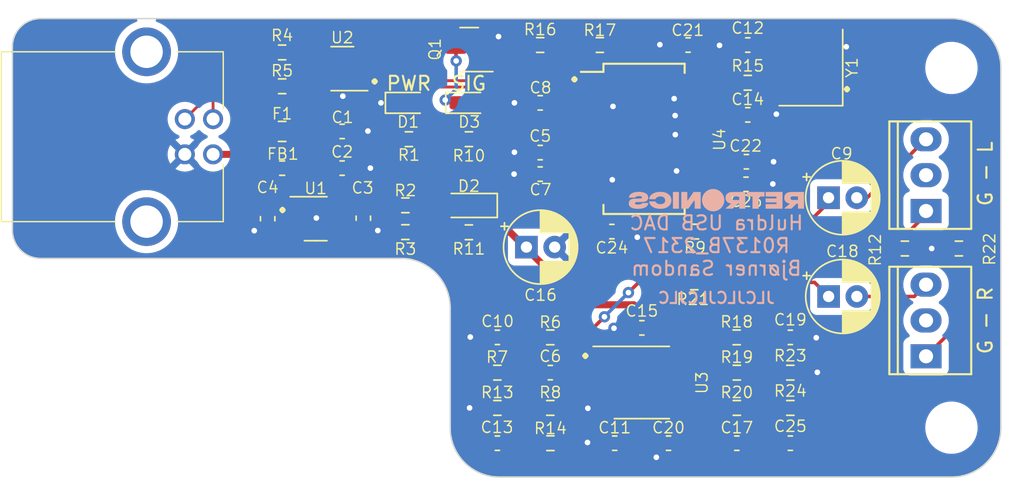
<source format=kicad_pcb>
(kicad_pcb (version 20221018) (generator pcbnew)
  (layers (0 "F.Cu" signal) (31 "B.Cu" signal) (34 "B.Paste" user) (35 "F.Paste" user) (36 "B.SilkS" user "B.Silkscreen") (37 "F.SilkS" user "F.Silkscreen") (38 "B.Mask" user) (39 "F.Mask" user) (44 "Edge.Cuts" user))
  (net 0 "")
  (net 1 "Net-(U2-VBUS)")
  (net 2 "GND")
  (net 3 "+5V")
  (net 4 "+3V8")
  (net 5 "Net-(C13-Pad2)")
  (net 6 "Net-(D2-K)")
  (net 7 "Net-(C9-Pad1)")
  (net 8 "Net-(J2-Pin_3)")
  (net 9 "Net-(C10-Pad2)")
  (net 10 "Net-(U3A-+)")
  (net 11 "Net-(U4-XTI)")
  (net 12 "Net-(U3A--)")
  (net 13 "Net-(U4-XTO)")
  (net 14 "Net-(U3C-V+)")
  (net 15 "Net-(C17-Pad1)")
  (net 16 "Net-(J3-Pin_3)")
  (net 17 "Net-(U3B-+)")
  (net 18 "Net-(U4-VCCXI)")
  (net 19 "Net-(U4-VCCP2I)")
  (net 20 "Net-(U4-VCCP1I)")
  (net 21 "USB_D-")
  (net 22 "Net-(R4-Pad2)")
  (net 23 "Net-(U4-VCOM)")
  (net 24 "USB_D+")
  (net 25 "VDDI")
  (net 26 "Net-(U3B--)")
  (net 27 "Net-(D1-A)")
  (net 28 "Net-(D3-K)")
  (net 29 "Net-(D3-A)")
  (net 30 "/VBUS")
  (net 31 "/D-")
  (net 32 "/D+")
  (net 33 "Net-(C6-Pad2)")
  (net 35 "Net-(J2-Pin_1)")
  (net 37 "Net-(J3-Pin_1)")
  (net 39 "Net-(Q1-B)")
  (net 40 "Net-(U1-ADJ)")
  (net 41 "Net-(R5-Pad2)")
  (net 42 "Net-(U4-VOUTL)")
  (net 43 "Net-(C17-Pad2)")
  (net 44 "Net-(C18-Pad1)")
  (net 45 "Net-(C19-Pad2)")
  (net 46 "Net-(U4-~{SSPND})")
  (net 47 "Net-(U4-VOUTR)")
  (footprint "Resistor_SMD:R_0603_1608Metric_Pad0.98x0.95mm_HandSolder" (layer "F.Cu") (at 154.29 94.6)
    (fp_text reference "R18")
    (fp_text value "5.6kΩ")
  )
  (footprint "Crystal:Crystal_SMD_3225-4Pin_3.2x2.5mm_HandSoldering" (layer "F.Cu") (at 159.55 75.475 90)
    (fp_text reference "Y1")
    (fp_text value "12MHz 18pF")
  )
  (footprint "Resistor_SMD:R_0603_1608Metric_Pad0.98x0.95mm_HandSolder" (layer "F.Cu") (at 137.3425 97.1 180)
    (fp_text reference "R7")
    (fp_text value "6.8kΩ")
  )
  (footprint "Resistor_SMD:R_0603_1608Metric_Pad0.98x0.95mm_HandSolder" (layer "F.Cu") (at 158.0885 97.1 180)
    (fp_text reference "R23")
    (fp_text value "2kΩ")
  )
  (footprint "Capacitor_SMD:C_0603_1608Metric_Pad1.08x0.95mm_HandSolder" (layer "F.Cu") (at 150.85 73.875)
    (fp_text reference "C21")
    (fp_text value "1µF")
  )
  (footprint "Resistor_SMD:R_0603_1608Metric_Pad0.98x0.95mm_HandSolder" (layer "F.Cu") (at 140.375 73.875)
    (fp_text reference "R16")
    (fp_text value "10kΩ")
  )
  (footprint "Resistor_SMD:R_0603_1608Metric_Pad0.98x0.95mm_HandSolder" (layer "F.Cu") (at 130.8275 85.2375)
    (fp_text reference "R2")
    (fp_text value "22kΩ")
  )
  (footprint "Capacitor_SMD:C_0603_1608Metric_Pad1.08x0.95mm_HandSolder" (layer "F.Cu") (at 145.45 87.1 180)
    (fp_text reference "C24")
    (fp_text value "10µF")
  )
  (footprint "Capacitor_SMD:C_0603_1608Metric_Pad1.08x0.95mm_HandSolder" (layer "F.Cu") (at 140.375 81.5 180)
    (fp_text reference "C5")
    (fp_text value "1µF")
  )
  (footprint "Capacitor_SMD:C_0603_1608Metric_Pad1.08x0.95mm_HandSolder" (layer "F.Cu") (at 154.95 83.75 180)
    (fp_text reference "C23")
    (fp_text value "1µF")
  )
  (footprint "Capacitor_SMD:C_0603_1608Metric_Pad1.08x0.95mm_HandSolder" (layer "F.Cu") (at 126.35 82.6)
    (fp_text reference "C2")
    (fp_text value "1µF")
  )
  (footprint "Resistor_SMD:R_0603_1608Metric_Pad0.98x0.95mm_HandSolder" (layer "F.Cu") (at 122.1 74.4)
    (fp_text reference "R4")
    (fp_text value "22Ω")
  )
  (footprint "Capacitor_SMD:C_0603_1608Metric_Pad1.08x0.95mm_HandSolder" (layer "F.Cu") (at 158.0885 94.6 180)
    (fp_text reference "C19")
    (fp_text value "1.5nF")
  )
  (footprint "Capacitor_SMD:C_0603_1608Metric_Pad1.08x0.95mm_HandSolder" (layer "F.Cu") (at 141.09 97.1 180)
    (fp_text reference "C6")
    (fp_text value "1nF")
  )
  (footprint "Resistor_SMD:R_0603_1608Metric_Pad0.98x0.95mm_HandSolder" (layer "F.Cu") (at 155.075 76.55 180)
    (fp_text reference "R15")
    (fp_text value "1MΩ")
  )
  (footprint "Capacitor_SMD:C_0603_1608Metric_Pad1.08x0.95mm_HandSolder" (layer "F.Cu") (at 154.3 102.1)
    (fp_text reference "C17")
    (fp_text value "1nF")
  )
  (footprint "Resistor_SMD:R_0603_1608Metric_Pad0.98x0.95mm_HandSolder" (layer "F.Cu") (at 158.0885 99.6)
    (fp_text reference "R24")
    (fp_text value "1kΩ")
  )
  (footprint "Capacitor_SMD:C_0603_1608Metric_Pad1.08x0.95mm_HandSolder" (layer "F.Cu") (at 155.075 78.825)
    (fp_text reference "C14")
    (fp_text value "27pF")
  )
  (footprint "Inductor_SMD:L_0603_1608Metric_Pad1.05x0.95mm_HandSolder" (layer "F.Cu") (at 122.1 82.6)
    (fp_text reference "FB1")
    (fp_text value "100Ω@100MHz")
  )
  (footprint "Package_SO:SOIC-8_3.9x4.9mm_P1.27mm" (layer "F.Cu") (at 147.575 97.8)
    (fp_text reference "U3")
    (fp_text value "OPA2353UA")
  )
  (footprint "Capacitor_THT:CP_Radial_D5.0mm_P2.00mm" (layer "F.Cu") (at 160.8 91.7)
    (fp_text reference "C18")
    (fp_text value "10µF")
  )
  (footprint "Package_TO_SOT_SMD:SOT-23-5" (layer "F.Cu") (at 124.475 86.1875)
    (fp_text reference "U1")
    (fp_text value "MIC5205YM5")
  )
  (footprint "LED_SMD:LED_0603_1608Metric_Pad1.05x0.95mm_HandSolder" (layer "F.Cu") (at 131.075 77.975)
    (fp_text reference "D1")
    (fp_text value "\"USB PWR\"")
  )
  (footprint "Resistor_SMD:R_0603_1608Metric_Pad0.98x0.95mm_HandSolder" (layer "F.Cu") (at 151.3375 87.1)
    (fp_text reference "R9")
    (fp_text value "100Ω")
  )
  (footprint "Resistor_SMD:R_0603_1608Metric_Pad0.98x0.95mm_HandSolder" (layer "F.Cu") (at 130.8275 87.1375 180)
    (fp_text reference "R3")
    (fp_text value "11kΩ")
  )
  (footprint "Package_TO_SOT_SMD:SOT-23" (layer "F.Cu") (at 135.35 74.2 180)
    (fp_text reference "Q1")
    (fp_text value "BC847")
  )
  (footprint "Resistor_SMD:R_0603_1608Metric_Pad0.98x0.95mm_HandSolder" (layer "F.Cu") (at 151.2875 90.7)
    (fp_text reference "R21")
    (fp_text value "100Ω")
  )
  (footprint "Resistor_SMD:R_0603_1608Metric_Pad0.98x0.95mm_HandSolder" (layer "F.Cu") (at 166.2 88.3 180)
    (fp_text reference "R12")
    (fp_text value "10Ω")
  )
  (footprint "Capacitor_SMD:C_0603_1608Metric_Pad1.08x0.95mm_HandSolder" (layer "F.Cu") (at 155.075 73.875 180)
    (fp_text reference "C12")
    (fp_text value "27pF")
  )
  (footprint "Resistor_SMD:R_0603_1608Metric_Pad0.98x0.95mm_HandSolder" (layer "F.Cu") (at 154.3 97.1)
    (fp_text reference "R19")
    (fp_text value "6.8kΩ")
  )
  (footprint "Resistor_SMD:R_0603_1608Metric_Pad0.98x0.95mm_HandSolder" (layer "F.Cu") (at 154.3 99.6 180)
    (fp_text reference "R20")
    (fp_text value "6.8kΩ")
  )
  (footprint "Capacitor_THT:CP_Radial_D5.0mm_P2.00mm" (layer "F.Cu") (at 160.794888 84.7)
    (fp_text reference "C9")
    (fp_text value "10µF")
  )
  (footprint "Package_SO:SSOP-28_5.3x10.2mm_P0.65mm" (layer "F.Cu") (at 147.730316 80.527443)
    (fp_text reference "U4")
    (fp_text value "PCM2900")
  )
  (footprint "Package_TO_SOT_SMD:SOT-23-6" (layer "F.Cu") (at 126.3625 75.55 180)
    (fp_text reference "U2")
    (fp_text value "USBLC6-2SC6")
  )
  (footprint "Capacitor_SMD:C_0603_1608Metric_Pad1.08x0.95mm_HandSolder" (layer "F.Cu") (at 126.35 80)
    (fp_text reference "C1")
    (fp_text value "1µF")
  )
  (footprint "Resistor_SMD:R_0603_1608Metric_Pad0.98x0.95mm_HandSolder" (layer "F.Cu") (at 144.6 73.875 180)
    (fp_text reference "R17")
    (fp_text value "1.5kΩ")
  )
  (footprint "Resistor_SMD:R_0603_1608Metric_Pad0.98x0.95mm_HandSolder" (layer "F.Cu") (at 141.1 102.1)
    (fp_text reference "R14")
    (fp_text value "1kΩ")
  )
  (footprint "MountingHole:MountingHole_3.2mm_M3" (layer "F.Cu") (at 169.5 75.5)
    (fp_text reference "H1" hide)
    (fp_text value "MountingHole")
  )
  (footprint "Resistor_SMD:R_0603_1608Metric_Pad0.98x0.95mm_HandSolder" (layer "F.Cu") (at 170.025 88.3)
    (fp_text reference "R22")
    (fp_text value "10Ω")
  )
  (footprint "Capacitor_SMD:C_0603_1608Metric_Pad1.08x0.95mm_HandSolder" (layer "F.Cu") (at 137.3425 102.1)
    (fp_text reference "C13")
    (fp_text value "10pF")
  )
  (footprint "Capacitor_SMD:C_0603_1608Metric_Pad1.08x0.95mm_HandSolder" (layer "F.Cu") (at 140.375 77.975 180)
    (fp_text reference "C8")
    (fp_text value "1µF")
  )
  (footprint "Resistor_SMD:R_0603_1608Metric_Pad0.98x0.95mm_HandSolder" (layer "F.Cu") (at 131.075 80.55)
    (fp_text reference "R1")
    (fp_text value "560Ω")
  )
  (footprint "Capacitor_SMD:C_0603_1608Metric_Pad1.08x0.95mm_HandSolder" (layer "F.Cu") (at 121.075 86.1875 -90)
    (fp_text reference "C4")
    (fp_text value "10µF")
  )
  (footprint "Capacitor_SMD:C_0603_1608Metric_Pad1.08x0.95mm_HandSolder" (layer "F.Cu") (at 147.575 93.925)
    (fp_text reference "C15")
    (fp_text value "100nF")
  )
  (footprint "Capacitor_SMD:C_0603_1608Metric_Pad1.08x0.95mm_HandSolder" (layer "F.Cu") (at 154.975 82.15 180)
    (fp_text reference "C22")
    (fp_text value "1µF")
  )
  (footprint "Capacitor_SMD:C_0603_1608Metric_Pad1.08x0.95mm_HandSolder" (layer "F.Cu") (at 127.85 86.15 -90)
    (fp_text reference "C3")
    (fp_text value "10µF")
  )
  (footprint "Capacitor_SMD:C_0603_1608Metric_Pad1.08x0.95mm_HandSolder" (layer "F.Cu") (at 158.0885 102.1)
    (fp_text reference "C25")
    (fp_text value "10pF")
  )
  (footprint "Resistor_SMD:R_0603_1608Metric_Pad0.98x0.95mm_HandSolder" (layer "F.Cu") (at 135.3275 80.55 180)
    (fp_text reference "R10")
    (fp_text value "560Ω")
  )
  (footprint "Capacitor_SMD:C_0603_1608Metric_Pad1.08x0.95mm_HandSolder" (layer "F.Cu") (at 145.65 102.1)
    (fp_text reference "C11")
    (fp_text value "470pF")
  )
  (footprint "Capacitor_SMD:C_0603_1608Metric_Pad1.08x0.95mm_HandSolder" (layer "F.Cu") (at 140.375 83.025)
    (fp_text reference "C7")
    (fp_text value "1µF")
  )
  (footprint "Capacitor_SMD:C_0603_1608Metric_Pad1.08x0.95mm_HandSolder" (layer "F.Cu") (at 149.4625 102.1)
    (fp_text reference "C20")
    (fp_text value "470pF")
  )
  (footprint "Resistor_SMD:R_0603_1608Metric_Pad0.98x0.95mm_HandSolder" (layer "F.Cu") (at 135.325 87.15)
    (fp_text reference "R11")
    (fp_text value "22Ω")
  )
  (footprint "MountingHole:MountingHole_3.2mm_M3" (layer "F.Cu") (at 169.5 101)
    (fp_text reference "H2" hide)
    (fp_text value "MountingHole")
  )
  (footprint "Capacitor_SMD:C_0603_1608Metric_Pad1.08x0.95mm_HandSolder" (layer "F.Cu") (at 137.3425 94.6)
    (fp_text reference "C10")
    (fp_text value "1.5nF")
  )
  (footprint "LED_SMD:LED_0603_1608Metric_Pad1.05x0.95mm_HandSolder" (layer "F.Cu") (at 135.35 77.975)
    (fp_text reference "D3")
    (fp_text value "\"Signal\"")
  )
  (footprint "Resistor_SMD:R_0603_1608Metric_Pad0.98x0.95mm_HandSolder" (layer "F.Cu") (at 137.3425 99.6)
    (fp_text reference "R13")
    (fp_text value "2kΩ")
  )
  (footprint "Resistor_SMD:R_0603_1608Metric_Pad0.98x0.95mm_HandSolder" (layer "F.Cu") (at 141.09 99.6)
    (fp_text reference "R8")
    (fp_text value "6.8kΩ")
  )
  (footprint "Diode_SMD:D_SOD-323_HandSoldering" (layer "F.Cu") (at 135.325 85.25 180)
    (fp_text reference "D2")
    (fp_text value "B0520WS")
  )
  (footprint "myDevices:292304" (layer "F.Cu") (at 112.5 80.375 -90)
    (fp_text reference "J1" hide)
    (fp_text value "USB_B" hide)
  )
  (footprint "Capacitor_THT:CP_Radial_D5.0mm_P2.00mm" (layer "F.Cu") (at 139.4 88.2)
    (fp_text reference "C16")
    (fp_text value "100µF")
  )
  (footprint "Fuse:Fuse_0805_2012Metric_Pad1.15x1.40mm_HandSolder" (layer "F.Cu") (at 122.1 80)
    (fp_text reference "F1")
    (fp_text value "PTC 500mA")
  )
  (footprint "Resistor_SMD:R_0603_1608Metric_Pad0.98x0.95mm_HandSolder" (layer "F.Cu") (at 122.1 76.8)
    (fp_text reference "R5")
    (fp_text value "22Ω")
  )
  (footprint "myDevices:KF2510-3P" (layer "F.Cu") (at 167.7 83.1 90)
    (fp_text reference "J2" hide)
    (fp_text value "DAC_OUT_L")
  )
  (footprint "myDevices:KF2510-3P" (layer "F.Cu") (at 167.7 93.4 90)
    (fp_text reference "J3" hide)
    (fp_text value "DAC_OUT_R")
  )
  (footprint "Resistor_SMD:R_0603_1608Metric_Pad0.98x0.95mm_HandSolder" (layer "F.Cu") (at 141.09 94.6 180)
    (fp_text reference "R6")
    (fp_text value "5.6kΩ")
  )
  (footprint "Icons_Graphics:retronics_logo_14mm" (layer "B.Cu") (at 152.85 84.85 180)
    (fp_text reference "G***" hide)
    (fp_text value "LOGO" hide)
  )
  (gr_line (start 134 92.5) (end 134 101) (stroke (width 0.1)) (layer "Edge.Cuts"))
  (gr_arc (start 105 89) (mid 103.585786 88.414214) (end 103 87) (stroke (width 0.1)) (layer "Edge.Cuts"))
  (gr_arc (start 173 101) (mid 171.974874 103.474874) (end 169.5 104.5) (stroke (width 0.1)) (layer "Edge.Cuts"))
  (gr_line (start 105 89) (end 130.5 89) (stroke (width 0.1)) (layer "Edge.Cuts"))
  (gr_arc (start 130.5 89) (mid 132.974874 90.025126) (end 134 92.5) (stroke (width 0.1)) (layer "Edge.Cuts"))
  (gr_line (start 173 75.5) (end 173 101) (stroke (width 0.1)) (layer "Edge.Cuts"))
  (gr_arc (start 137.5 104.5) (mid 135.025126 103.474874) (end 134 101) (stroke (width 0.1)) (layer "Edge.Cuts"))
  (gr_line (start 103 74) (end 103 87) (stroke (width 0.1)) (layer "Edge.Cuts"))
  (gr_line (start 137.5 104.5) (end 169.5 104.5) (stroke (width 0.1)) (layer "Edge.Cuts"))
  (gr_line (start 105 72) (end 169.5 72) (stroke (width 0.1)) (layer "Edge.Cuts"))
  (gr_arc (start 169.5 72) (mid 171.974874 73.025126) (end 173 75.5) (stroke (width 0.1)) (layer "Edge.Cuts"))
  (gr_arc (start 103 74) (mid 103.585786 72.585786) (end 105 72) (stroke (width 0.1)) (layer "Edge.Cuts"))
  (gr_text "Huldra USB DAC\nR0137B_2317\nBjørner Sandom\n" (at 152.853328 88.1) (layer "B.SilkS") (effects (font (size 1 1)) (justify mirror)))
  (gr_text "JLCJLCJLCJLC" (at 152.853328 91.8) (layer "B.SilkS") (effects (font (size 0.8 0.8)) (justify mirror)))
  (gr_text "SIG" (at 135.325 76.6) (layer "F.SilkS") (effects (font (size 1 1))))
  (gr_text "." (at 162.1 76.4) (layer "F.SilkS") (effects (font (size 1.5 1.5) (thickness 0.3))))
  (gr_text "." (at 122.125 84.9625) (layer "F.SilkS") (effects (font (size 1.5 1.5) (thickness 0.3))))
  (gr_text "." (at 143.575 95.3) (layer "F.SilkS") (effects (font (size 1.5 1.5) (thickness 0.3))))
  (gr_text "G - L" (at 171.9 83 90) (layer "F.SilkS") (effects (font (size 1 1))))
  (gr_text "." (at 128.65 75.85) (layer "F.SilkS") (effects (font (size 1.5 1.5) (thickness 0.3))))
  (gr_text "PWR" (at 131.075 76.6) (layer "F.SilkS") (effects (font (size 1 1))))
  (gr_text "." (at 142.8 75.7) (layer "F.SilkS") (effects (font (size 1.5 1.5) (thickness 0.3))))
  (gr_text "G - R" (at 171.9 93.4 90) (layer "F.SilkS") (effects (font (size 1 1))))
  (segment (start 123.125 80.7) (end 121.225 82.6) (width 0.5) (layer "F.Cu") (net 1))
  (segment (start 125.225 75.55) (end 122.979505 75.55) (width 0.25) (layer "F.Cu") (net 1))
  (segment (start 123 80) (end 125.4875 80) (width 0.25) (layer "F.Cu") (net 1))
  (segment (start 122.2 79.2) (end 123 80) (width 0.25) (layer "F.Cu") (net 1))
  (segment (start 122.979505 75.55) (end 122.2 76.329505) (width 0.25) (layer "F.Cu") (net 1))
  (segment (start 123.125 80) (end 123.125 80.7) (width 0.5) (layer "F.Cu") (net 1))
  (segment (start 122.2 76.329505) (end 122.2 79.2) (width 0.25) (layer "F.Cu") (net 1))
  (segment (start 143.775 102.1) (end 143.725 102.05) (width 0.25) (layer "F.Cu") (net 2))
  (segment (start 145.6 93.95) (end 145.625 93.925) (width 0.25) (layer "F.Cu") (net 2))
  (segment (start 137.4 73.25) (end 137.425 73.275) (width 0.25) (layer "F.Cu") (net 2))
  (segment (start 155.8125 83.75) (end 156.825 83.75) (width 0.25) (layer "F.Cu") (net 2))
  (segment (start 128.8875 87.0125) (end 129.79 87.0125) (width 0.5) (layer "F.Cu") (net 2))
  (segment (start 144.130316 82.802443) (end 144.130316 84.102443) (width 0.25) (layer "F.Cu") (net 2))
  (segment (start 159.9 94.6) (end 159.925 94.625) (width 0.25) (layer "F.Cu") (net 2))
  (segment (start 136.48 94.6) (end 135.45 94.6) (width 0.25) (layer "F.Cu") (net 2))
  (segment (start 154.2125 73.875) (end 153.1 73.875) (width 0.25) (layer "F.Cu") (net 2))
  (segment (start 168.1 88.3) (end 167.1125 88.3) (width 0.25) (layer "F.Cu") (net 2))
  (segment (start 148.875 73.875) (end 148.85 73.85) (width 0.25) (layer "F.Cu") (net 2))
  (segment (start 148.6 102.1) (end 148.6 103.1) (width 0.25) (layer "F.Cu") (net 2))
  (segment (start 127.85 87.0125) (end 128.8625 87.0125) (width 0.5) (layer "F.Cu") (net 2))
  (segment (start 157.05 78.825) (end 157.1 78.775) (width 0.25) (layer "F.Cu") (net 2))
  (segment (start 147.25 87.5) (end 146.85 87.1) (width 0.25) (layer "F.Cu") (net 2))
  (segment (start 128.875 87.025) (end 128.8875 87.0125) (width 0.5) (layer "F.Cu") (net 2))
  (segment (start 139.5125 83.025) (end 138.525 83.025) (width 0.25) (layer "F.Cu") (net 2))
  (segment (start 138.575 81.5) (end 138.55 81.475) (width 0.25) (layer "F.Cu") (net 2))
  (segment (start 169.1125 88.3) (end 168.1 88.3) (width 0.25) (layer "F.Cu") (net 2))
  (segment (start 156.825 83.75) (end 156.85 83.725) (width 0.25) (layer "F.Cu") (net 2))
  (segment (start 136.2875 73.25) (end 137.4 73.25) (width 0.25) (layer "F.Cu") (net 2))
  (segment (start 120.1375 87.05) (end 120.125 87.0375) (width 0.5) (layer "F.Cu") (net 2))
  (segment (start 135.45 94.6) (end 135.425 94.575) (width 0.25) (layer "F.Cu") (net 2))
  (segment (start 139.5125 81.5) (end 138.575 81.5) (width 0.25) (layer "F.Cu") (net 2))
  (segment (start 146.85 87.1) (end 146.3125 87.1) (width 0.25) (layer "F.Cu") (net 2))
  (segment (start 130.2 77.975) (end 129.1 77.975) (width 0.25) (layer "F.Cu") (net 2))
  (segment (start 129.79 87.0125) (end 129.915 87.1375) (width 0.5) (layer "F.Cu") (net 2))
  (segment (start 144.7875 102.1) (end 143.775 102.1) (width 0.25) (layer "F.Cu") (net 2))
  (segment (start 158.951 94.6) (end 159.9 94.6) (width 0.25) (layer "F.Cu") (net 2))
  (segment (start 149.955316 78.902443) (end 149.930316 78.877443) (width 0.25) (layer "F.Cu") (net 2))
  (segment (start 149.9875 73.875) (end 148.875 73.875) (width 0.25) (layer "F.Cu") (net 2))
  (segment (start 144.130316 78.252443) (end 145.505316 78.252443) (width 0.25) (layer "F.Cu") (net 2))
  (segment (start 127.2125 82.6) (end 128.35 82.6) (width 0.25) (layer "F.Cu") (net 2))
  (segment (start 124.475 86.1875) (end 124.525 86.1375) (width 0.5) (layer "F.Cu") (net 2))
  (segment (start 145.455316 83.452443) (end 145.480316 83.427443) (width 0.25) (layer "F.Cu") (net 2))
  (segment (start 155.9375 78.825) (end 157.05 78.825) (width 0.25) (layer "F.Cu") (net 2))
  (segment (start 127.2125 80) (end 128.15 80) (width 0.25) (layer "F.Cu") (net 2))
  (segment (start 162.025 74.025) (end 162.05 74) (width 0.25) (layer "F.Cu") (net 2))
  (segment (start 149.861566 77.676943) (end 149.936066 77.602443) (width 0.25) (layer "F.Cu") (net 2))
  (segment (start 144.130316 83.452443) (end 145.455316 83.452443) (width 0.25) (layer "F.Cu") (net 2))
  (segment (start 149.936066 77.602443) (end 151.330316 77.602443) (width 0.25) (layer "F.Cu") (net 2))
  (segment (start 143.83 99.705) (end 143.75 99.625) (width 0.25) (layer "F.Cu") (net 2))
  (segment (start 126.4 76.265749) (end 126.4 77.5) (width 0.25) (layer "F.Cu") (net 2))
  (segment (start 151.330316 82.802443) (end 150.032495 82.802443) (width 0.25) (layer "F.Cu") (net 2))
  (segment (start 153.1 73.875) (end 153.075 73.9) (width 0.25) (layer "F.Cu") (net 2))
  (segment (start 136.43 99.6) (end 135.375 99.6) (width 0.25) (layer "F.Cu") (net 2))
  (segment (start 127.5 75.55) (end 127.115749 75.55) (width 0.25) (layer "F.Cu") (net 2))
  (segment (start 123.3375 86.1875) (end 124.475 86.1875) (width 0.5) (layer "F.Cu") (net 2))
  (segment (start 139.5125 77.975) (end 138.55 77.975) (width 0.25) (layer "F.Cu") (net 2))
  (segment (start 127.115749 75.55) (end 126.4 76.265749) (width 0.25) (layer "F.Cu") (net 2))
  (segment (start 121.075 87.05) (end 120.1375 87.05) (width 0.5) (layer "F.Cu") (net 2))
  (segment (start 128.8625 87.0125) (end 128.875 87.025) (width 0.5) (layer "F.Cu") (net 2))
  (segment (start 149.967816 80.202443) (end 149.942816 80.227443) (width 0.25) (layer "F.Cu") (net 2))
  (segment (start 145.505316 78.252443) (end 145.530316 78.227443) (width 0.25) (layer "F.Cu") (net 2))
  (segment (start 160.7 74.025) (end 162.025 74.025) (width 0.25) (layer "F.Cu") (net 2))
  (segment (start 145.625 93.925) (end 146.9125 93.925) (width 0.25) (layer "F.Cu") (net 2))
  (segment (start 157.1 78.225) (end 158.4 76.925) (width 0.25) (layer "F.Cu") (net 2))
  (segment (start 155.8375 82.15) (end 156.9 82.15) (width 0.25) (layer "F.Cu") (net 2))
  (segment (start 157.1 78.775) (end 157.1 78.225) (width 0.25) (layer "F.Cu") (net 2))
  (segment (start 159.975 97.1) (end 160 97.075) (width 0.25) (layer "F.Cu") (net 2))
  (segment (start 128.15 80) (end 128.175 79.975) (width 0.25) (layer "F.Cu") (net 2))
  (segment (start 159.001 97.1) (end 159.975 97.1) (width 0.25) (layer "F.Cu") (net 2))
  (segment (start 151.330316 80.202443) (end 149.967816 80.202443) (width 0.25) (layer "F.Cu") (net 2))
  (segment (start 145.1 99.705) (end 143.83 99.705) (width 0.25) (layer "F.Cu") (net 2))
  (segment (start 151.330316 78.902443) (end 149.955316 78.902443) (width 0.25) (layer "F.Cu") (net 2))
  (via (at 153.075 73.9) (size 0.8) (drill 0.4) (layers "F.Cu" "B.Cu") (net 2))
  (via (at 149.942816 80.227443) (size 0.8) (drill 0.4) (layers "F.Cu" "B.Cu") (net 2))
  (via (at 145.480316 83.427443) (size 0.8) (drill 0.4) (layers "F.Cu" "B.Cu") (net 2))
  (via (at 143.725 102.05) (size 0.8) (drill 0.4) (layers "F.Cu" "B.Cu") (net 2))
  (via (at 148.6 103.1) (size 0.8) (drill 0.4) (layers "F.Cu" "B.Cu") (net 2))
  (via (at 147.25 87.5) (size 0.8) (drill 0.4) (layers "F.Cu" "B.Cu") (net 2))
  (via (at 149.861566 77.676943) (size 0.8) (drill 0.4) (layers "F.Cu" "B.Cu") (net 2))
  (via (at 149.930316 78.877443) (size 0.8) (drill 0.4) (layers "F.Cu" "B.Cu") (net 2))
  (via (at 120.125 87.0375) (size 0.8) (drill 0.4) (layers "F.Cu" "B.Cu") (net 2))
  (via (at 157.1 78.775) (size 0.8) (drill 0.4) (layers "F.Cu" "B.Cu") (net 2))
  (via (at 145.530316 78.227443) (size 0.8) (drill 0.4) (layers "F.Cu" "B.Cu") (net 2))
  (via (at 156.85 83.725) (size 0.8) (drill 0.4) (layers "F.Cu" "B.Cu") (net 2))
  (via (at 138.525 83.025) (size 0.8) (drill 0.4) (layers "F.Cu" "B.Cu") (net 2))
  (via (at 156.9 82.15) (size 0.8) (drill 0.4) (layers "F.Cu" "B.Cu") (net 2))
  (via (at 148.85 73.85) (size 0.8) (drill 0.4) (layers "F.Cu" "B.Cu") (net 2))
  (via (at 150.032495 82.802443) (size 0.8) (drill 0.4) (layers "F.Cu" "B.Cu") (net 2))
  (via (at 128.175 79.975) (size 0.8) (drill 0.4) (layers "F.Cu" "B.Cu") (net 2))
  (via (at 143.75 99.625) (size 0.8) (drill 0.4) (layers "F.Cu" "B.Cu") (net 2))
  (via (at 138.55 77.975) (size 0.8) (drill 0.4) (layers "F.Cu" "B.Cu") (net 2))
  (via (at 162.05 74) (size 0.8) (drill 0.4) (layers "F.Cu" "B.Cu") (net 2))
  (via (at 159.925 94.625) (size 0.8) (drill 0.4) (layers "F.Cu" "B.Cu") (net 2))
  (via (at 160 97.075) (size 0.8) (drill 0.4) (layers "F.Cu" "B.Cu") (net 2))
  (via (at 145.6 93.95) (size 0.8) (drill 0.4) (layers "F.Cu" "B.Cu") (net 2))
  (via (at 138.55 81.475) (size 0.8) (drill 0.4) (layers "F.Cu" "B.Cu") (net 2))
  (via (at 128.35 82.6) (size 0.8) (drill 0.4) (layers "F.Cu" "B.Cu") (net 2))
  (via (at 137.425 73.275) (size 0.8) (drill 0.4) (layers "F.Cu" "B.Cu") (net 2))
  (via (at 128.875 87.025) (size 0.8) (drill 0.4) (layers "F.Cu" "B.Cu") (net 2))
  (via (at 124.525 86.1375) (size 0.8) (drill 0.4) (layers "F.Cu" "B.Cu") (net 2))
  (via (at 168.1 88.3) (size 0.8) (drill 0.4) (layers "F.Cu" "B.Cu") (net 2))
  (via (at 126.4 77.5) (size 0.8) (drill 0.4) (layers "F.Cu" "B.Cu") (net 2))
  (via (at 135.425 94.575) (size 0.8) (drill 0.4) (layers "F.Cu" "B.Cu") (net 2))
  (via (at 129.1 77.975) (size 0.8) (drill 0.4) (layers "F.Cu" "B.Cu") (net 2))
  (via (at 135.375 99.6) (size 0.8) (drill 0.4) (layers "F.Cu" "B.Cu") (net 2))
  (segment (start 122.25 85.2375) (end 122.225 85.2625) (width 0.5) (layer "F.Cu") (net 3))
  (segment (start 125.4875 82.6) (end 124.25 82.6) (width 0.5) (layer "F.Cu") (net 3))
  (segment (start 122.25 85.2375) (end 122.25 84.5) (width 0.5) (layer "F.Cu") (net 3))
  (segment (start 136.875 81.575) (end 138.9745 79.4755) (width 0.5) (layer "F.Cu") (net 3))
  (segment (start 122.225 85.2625) (end 122.225 86.586028) (width 0.5) (layer "F.Cu") (net 3))
  (segment (start 139.987 79.4755) (end 141.4875 77.975) (width 0.5) (layer "F.Cu") (net 3))
  (segment (start 130.175 81.575) (end 125.275 81.575) (width 0.5) (layer "F.Cu") (net 3))
  (segment (start 134.4 81.575) (end 136.875 81.575) (width 0.5) (layer "F.Cu") (net 3))
  (segment (start 130.175 81.575) (end 134.4 81.575) (width 0.5) (layer "F.Cu") (net 3))
  (segment (start 123.5 84) (end 124.25 83.25) (width 0.5) (layer "F.Cu") (net 3))
  (segment (start 125.275 81.575) (end 124.25 82.6) (width 0.5) (layer "F.Cu") (net 3))
  (segment (start 124.125 82.6) (end 123.55 82.6) (width 0.5) (layer "F.Cu") (net 3))
  (segment (start 134.4375 81.5375) (end 134.4 81.575) (width 0.25) (layer "F.Cu") (net 3))
  (segment (start 123.3375 87.1375) (end 122.776472 87.1375) (width 0.5) (layer "F.Cu") (net 3))
  (segment (start 122.25 84.5) (end 122.75 84) (width 0.5) (layer "F.Cu") (net 3))
  (segment (start 134.4375 80.55) (end 134.4375 81.5375) (width 0.25) (layer "F.Cu") (net 3))
  (segment (start 123.3375 85.2375) (end 122.25 85.2375) (width 0.5) (layer "F.Cu") (net 3))
  (segment (start 124.25 83.25) (end 124.25 82.6) (width 0.5) (layer "F.Cu") (net 3))
  (segment (start 122.776472 87.1375) (end 122.225 86.586028) (width 0.5) (layer "F.Cu") (net 3))
  (segment (start 121.1625 85.2375) (end 121.075 85.325) (width 0.5) (layer "F.Cu") (net 3))
  (segment (start 144.130316 77.602443) (end 141.860057 77.602443) (width 0.25) (layer "F.Cu") (net 3))
  (segment (start 124.25 82.6) (end 124.125 82.6) (width 0.5) (layer "F.Cu") (net 3))
  (segment (start 130.1625 80.55) (end 130.1625 81.5625) (width 0.25) (layer "F.Cu") (net 3))
  (segment (start 141.860057 77.602443) (end 141.4875 77.975) (width 0.25) (layer "F.Cu") (net 3))
  (segment (start 122.75 84) (end 123.5 84) (width 0.5) (layer "F.Cu") (net 3))
  (segment (start 130.1625 81.5625) (end 130.175 81.575) (width 0.25) (layer "F.Cu") (net 3))
  (segment (start 122.25 85.2375) (end 121.1625 85.2375) (width 0.5) (layer "F.Cu") (net 3))
  (segment (start 138.9745 79.4755) (end 139.987 79.4755) (width 0.5) (layer "F.Cu") (net 3))
  (segment (start 129.915 84.14) (end 129.875 84.1) (width 0.5) (layer "F.Cu") (net 4))
  (segment (start 129.915 85.2375) (end 129.915 84.14) (width 0.5) (layer "F.Cu") (net 4))
  (segment (start 134.075 86.8125) (end 134.4125 87.15) (width 0.5) (layer "F.Cu") (net 4))
  (segment (start 129.65 84.1) (end 132.925 84.1) (width 0.5) (layer "F.Cu") (net 4))
  (segment (start 134.075 85.25) (end 134.075 86.8125) (width 0.5) (layer "F.Cu") (net 4))
  (segment (start 126.75 84.1) (end 127.9 84.1) (width 0.5) (layer "F.Cu") (net 4))
  (segment (start 127.85 85.2875) (end 127.85 84.15) (width 0.5) (layer "F.Cu") (net 4))
  (segment (start 132.925 84.1) (end 134.075 85.25) (width 0.5) (layer "F.Cu") (net 4))
  (segment (start 127.85 84.15) (end 127.9 84.1) (width 0.5) (layer "F.Cu") (net 4))
  (segment (start 129.65 84.1) (end 129.875 84.1) (width 0.5) (layer "F.Cu") (net 4))
  (segment (start 125.6125 85.2375) (end 126.75 84.1) (width 0.5) (layer "F.Cu") (net 4))
  (segment (start 127.9 84.1) (end 129.65 84.1) (width 0.5) (layer "F.Cu") (net 4))
  (segment (start 141 98.0525) (end 141.9525 97.1) (width 0.25) (layer "F.Cu") (net 5))
  (segment (start 143.1575 95.895) (end 145.1 95.895) (width 0.25) (layer "F.Cu") (net 5))
  (segment (start 142.0125 102) (end 141.19 101.1775) (width 0.25) (layer "F.Cu") (net 5))
  (segment (start 141 101.1775) (end 141.19 101.1775) (width 0.25) (layer "F.Cu") (net 5))
  (segment (start 141 101.1775) (end 141 98.0525) (width 0.25) (layer "F.Cu") (net 5))
  (segment (start 145.1 95.895) (end 148.403249 95.895) (width 0.25) (layer "F.Cu") (net 5))
  (segment (start 141.9525 97.1) (end 143.1575 95.895) (width 0.25) (layer "F.Cu") (net 5))
  (segment (start 151.35 96.35) (end 151.35 94.55) (width 0.25) (layer "F.Cu") (net 5))
  (segment (start 139.1275 101.1775) (end 141 101.1775) (width 0.25) (layer "F.Cu") (net 5))
  (segment (start 151.16 96.54) (end 151.35 96.35) (width 0.25) (layer "F.Cu") (net 5))
  (segment (start 138.205 102.1) (end 139.1275 101.1775) (width 0.25) (layer "F.Cu") (net 5))
  (segment (start 149.5625 92.7625) (end 149.5625 87.9625) (width 0.25) (layer "F.Cu") (net 5))
  (segment (start 151.35 94.55) (end 149.5625 92.7625) (width 0.25) (layer "F.Cu") (net 5))
  (segment (start 149.5625 87.9625) (end 150.425 87.1) (width 0.25) (layer "F.Cu") (net 5))
  (segment (start 148.403249 95.895) (end 149.048249 96.54) (width 0.25) (layer "F.Cu") (net 5))
  (segment (start 149.048249 96.54) (end 151.16 96.54) (width 0.25) (layer "F.Cu") (net 5))
  (segment (start 138.8125 85.675) (end 141.4625 83.025) (width 0.25) (layer "F.Cu") (net 6))
  (segment (start 136.575 85.675) (end 138.8125 85.675) (width 0.25) (layer "F.Cu") (net 6))
  (segment (start 142.335057 82.152443) (end 141.4625 83.025) (width 0.25) (layer "F.Cu") (net 6))
  (segment (start 144.130316 82.152443) (end 142.335057 82.152443) (width 0.25) (layer "F.Cu") (net 6))
  (segment (start 158.729552 87.1) (end 160.829552 85) (width 0.25) (layer "F.Cu") (net 7))
  (segment (start 152.25 87.1) (end 158.729552 87.1) (width 0.25) (layer "F.Cu") (net 7))
  (segment (start 162.829552 85.4) (end 167.7 80.529552) (width 0.25) (layer "F.Cu") (net 8))
  (segment (start 138.2125 97) (end 138.2125 94.6075) (width 0.25) (layer "F.Cu") (net 9))
  (segment (start 138.2125 94.6075) (end 138.205 94.6) (width 0.25) (layer "F.Cu") (net 9))
  (segment (start 140.1775 94.6) (end 138.205 94.6) (width 0.25) (layer "F.Cu") (net 9))
  (segment (start 143.1675 98.435) (end 142.0025 99.6) (width 0.25) (layer "F.Cu") (net 10))
  (segment (start 146.26 98.435) (end 146.5125 98.6875) (width 0.25) (layer "F.Cu") (net 10))
  (segment (start 146.5125 98.6875) (end 146.5125 102.1) (width 0.25) (layer "F.Cu") (net 10))
  (segment (start 145.1 98.435) (end 143.1675 98.435) (width 0.25) (layer "F.Cu") (net 10))
  (segment (start 145.1 98.435) (end 146.26 98.435) (width 0.25) (layer "F.Cu") (net 10))
  (segment (start 158.4 74.025) (end 157.8 74.025) (width 0.25) (layer "F.Cu") (net 11))
  (segment (start 153.175 76.175) (end 154.2 75.15) (width 0.25) (layer "F.Cu") (net 11))
  (segment (start 154.2 75.15) (end 155.9625 75.15) (width 0.25) (layer "F.Cu") (net 11))
  (segment (start 155.9625 75.15) (end 155.9625 73.9) (width 0.25) (layer "F.Cu") (net 11))
  (segment (start 152.455316 80.852443) (end 153.175 80.132759) (width 0.25) (layer "F.Cu") (net 11))
  (segment (start 151.330316 80.852443) (end 152.455316 80.852443) (width 0.25) (layer "F.Cu") (net 11))
  (segment (start 153.175 80.132759) (end 153.175 76.175) (width 0.25) (layer "F.Cu") (net 11))
  (segment (start 155.9625 76.55) (end 155.9625 75.175) (width 0.25) (layer "F.Cu") (net 11))
  (segment (start 157.8 74.025) (end 156.675 75.15) (width 0.25) (layer "F.Cu") (net 11))
  (segment (start 155.9625 75.175) (end 155.9625 75.15) (width 0.25) (layer "F.Cu") (net 11))
  (segment (start 155.9625 73.9) (end 155.9375 73.875) (width 0.25) (layer "F.Cu") (net 11))
  (segment (start 156.675 75.15) (end 155.9625 75.15) (width 0.25) (layer "F.Cu") (net 11))
  (segment (start 138.255 100.325) (end 136.48 102.1) (width 0.25) (layer "F.Cu") (net 12))
  (segment (start 138.255 99.6) (end 138.255 100.325) (width 0.25) (layer "F.Cu") (net 12))
  (segment (start 147.375 102.570495) (end 147.375 98.35) (width 0.25) (layer "F.Cu") (net 12))
  (segment (start 140.1875 102.1) (end 140.1875 102.8875) (width 0.25) (layer "F.Cu") (net 12))
  (segment (start 146.19 97.165) (end 145.1 97.165) (width 0.25) (layer "F.Cu") (net 12))
  (segment (start 139.3875 102.9) (end 140.2 102.9) (width 0.25) (layer "F.Cu") (net 12))
  (segment (start 140.2 102.9) (end 147.045495 102.9) (width 0.25) (layer "F.Cu") (net 12))
  (segment (start 139.3875 102.9) (end 137.28 102.9) (width 0.25) (layer "F.Cu") (net 12))
  (segment (start 147.375 98.35) (end 146.19 97.165) (width 0.25) (layer "F.Cu") (net 12))
  (segment (start 137.28 102.9) (end 136.48 102.1) (width 0.25) (layer "F.Cu") (net 12))
  (segment (start 147.045495 102.9) (end 147.375 102.570495) (width 0.25) (layer "F.Cu") (net 12))
  (segment (start 140.1875 102.8875) (end 140.2 102.9) (width 0.25) (layer "F.Cu") (net 12))
  (segment (start 154.2125 76.6) (end 154.1625 76.55) (width 0.25) (layer "F.Cu") (net 13))
  (segment (start 160.7 77.075) (end 160.7 76.925) (width 0.25) (layer "F.Cu") (net 13))
  (segment (start 154.1875 79.770259) (end 158.004741 79.770259) (width 0.25) (layer "F.Cu") (net 13))
  (segment (start 154.1875 79.770259) (end 154.1875 78.825) (width 0.25) (layer "F.Cu") (net 13))
  (segment (start 151.330316 81.502443) (end 152.455316 81.502443) (width 0.25) (layer "F.Cu") (net 13))
  (segment (start 152.455316 81.502443) (end 154.1875 79.770259) (width 0.25) (layer "F.Cu") (net 13))
  (segment (start 158.004741 79.770259) (end 160.7 77.075) (width 0.25) (layer "F.Cu") (net 13))
  (segment (start 154.2125 78.825) (end 154.2125 76.6) (width 0.25) (layer "F.Cu") (net 13))
  (segment (start 136.2375 87.15) (end 138.25 87.15) (width 0.5) (layer "F.Cu") (net 14))
  (segment (start 148.6375 93.925) (end 147.002 92.2895) (width 0.5) (layer "F.Cu") (net 14))
  (segment (start 150.05 95.3375) (end 148.6375 93.925) (width 0.25) (layer "F.Cu") (net 14))
  (segment (start 147.002 92.2895) (end 143.3895 92.2895) (width 0.5) (layer "F.Cu") (net 14))
  (segment (start 143.3895 92.2895) (end 139.4 88.3) (width 0.5) (layer "F.Cu") (net 14))
  (segment (start 150.05 95.895) (end 150.05 95.3375) (width 0.25) (layer "F.Cu") (net 14))
  (segment (start 138.25 87.15) (end 139.4 88.3) (width 0.5) (layer "F.Cu") (net 14))
  (segment (start 158.151 102.9) (end 158.951 102.1) (width 0.25) (layer "F.Cu") (net 15))
  (segment (start 152 96.5) (end 152 93.858896) (width 0.25) (layer "F.Cu") (net 15))
  (segment (start 151.335 97.165) (end 152 96.5) (width 0.25) (layer "F.Cu") (net 15))
  (segment (start 158.951 102.1) (end 158.951 99.65) (width 0.25) (layer "F.Cu") (net 15))
  (segment (start 148.75 97.65) (end 149.235 97.165) (width 0.25) (layer "F.Cu") (net 15))
  (segment (start 153.4375 102.1) (end 153.4375 102.8375) (width 0.25) (layer "F.Cu") (net 15))
  (segment (start 149.4625 102.570495) (end 149.4625 100.8625) (width 0.25) (layer "F.Cu") (net 15))
  (segment (start 153.5 102.9) (end 158.151 102.9) (width 0.25) (layer "F.Cu") (net 15))
  (segment (start 152 93.858896) (end 150.375 92.233896) (width 0.25) (layer "F.Cu") (net 15))
  (segment (start 153.4375 102.8375) (end 153.5 102.9) (width 0.25) (layer "F.Cu") (net 15))
  (segment (start 150.375 92.233896) (end 150.375 90.7) (width 0.25) (layer "F.Cu") (net 15))
  (segment (start 152.6375 102.9) (end 153.5 102.9) (width 0.25) (layer "F.Cu") (net 15))
  (segment (start 152.6375 102.9) (end 149.792005 102.9) (width 0.25) (layer "F.Cu") (net 15))
  (segment (start 148.75 100.15) (end 148.75 97.65) (width 0.25) (layer "F.Cu") (net 15))
  (segment (start 149.235 97.165) (end 150.05 97.165) (width 0.25) (layer "F.Cu") (net 15))
  (segment (start 149.792005 102.9) (end 149.4625 102.570495) (width 0.25) (layer "F.Cu") (net 15))
  (segment (start 158.951 99.65) (end 159.001 99.6) (width 0.25) (layer "F.Cu") (net 15))
  (segment (start 149.4625 100.8625) (end 148.75 100.15) (width 0.25) (layer "F.Cu") (net 15))
  (segment (start 150.05 97.165) (end 151.335 97.165) (width 0.25) (layer "F.Cu") (net 15))
  (segment (start 166.86 91.7) (end 167.7 90.86) (width 0.25) (layer "F.Cu") (net 16))
  (segment (start 162.8 91.7) (end 166.86 91.7) (width 0.25) (layer "F.Cu") (net 16))
  (segment (start 153.2825 99.705) (end 153.3875 99.6) (width 0.25) (layer "F.Cu") (net 17))
  (segment (start 150.05 101.825) (end 150.325 102.1) (width 0.25) (layer "F.Cu") (net 17))
  (segment (start 150.05 99.705) (end 153.2825 99.705) (width 0.25) (layer "F.Cu") (net 17))
  (segment (start 150.05 99.705) (end 150.05 101.825) (width 0.25) (layer "F.Cu") (net 17))
  (segment (start 152.455316 79.552443) (end 152.625 79.382759) (width 0.25) (layer "F.Cu") (net 18))
  (segment (start 152.625 79.382759) (end 152.625 74.7875) (width 0.25) (layer "F.Cu") (net 18))
  (segment (start 151.330316 79.552443) (end 152.455316 79.552443) (width 0.25) (layer "F.Cu") (net 18))
  (segment (start 152.625 74.7875) (end 151.7125 73.875) (width 0.25) (layer "F.Cu") (net 18))
  (segment (start 151.330316 82.152443) (end 154.110057 82.152443) (width 0.25) (layer "F.Cu") (net 19))
  (segment (start 154.110057 82.152443) (end 154.1125 82.15) (width 0.25) (layer "F.Cu") (net 19))
  (segment (start 151.330316 83.452443) (end 153.789943 83.452443) (width 0.25) (layer "F.Cu") (net 20))
  (segment (start 153.789943 83.452443) (end 154.0875 83.75) (width 0.25) (layer "F.Cu") (net 20))
  (segment (start 142.717815 76.852443) (end 129.116046 76.852443) (width 0.2) (layer "F.Cu") (net 21))
  (segment (start 129.116046 76.852443) (end 128.763603 76.5) (width 0.2) (layer "F.Cu") (net 21))
  (segment (start 128.763603 76.5) (end 127.5 76.5) (width 0.2) (layer "F.Cu") (net 21))
  (segment (start 142.817815 76.952443) (end 142.717815 76.852443) (width 0.2) (layer "F.Cu") (net 21))
  (segment (start 144.130316 76.952443) (end 142.817815 76.952443) (width 0.2) (layer "F.Cu") (net 21))
  (segment (start 123.2125 74.6) (end 123.0125 74.4) (width 0.25) (layer "F.Cu") (net 22))
  (segment (start 125.225 74.6) (end 123.2125 74.6) (width 0.25) (layer "F.Cu") (net 22))
  (segment (start 144.130316 84.752443) (end 144.130316 86.642816) (width 0.25) (layer "F.Cu") (net 23))
  (segment (start 144.130316 86.642816) (end 144.5875 87.1) (width 0.25) (layer "F.Cu") (net 23))
  (segment (start 129.302443 76.402443) (end 128.4625 75.5625) (width 0.2) (layer "F.Cu") (net 24))
  (segment (start 144.130316 76.302443) (end 142.817815 76.302443) (width 0.2) (layer "F.Cu") (net 24))
  (segment (start 127.85 74.95) (end 127.5 74.6) (width 0.2) (layer "F.Cu") (net 24))
  (segment (start 142.817815 76.302443) (end 142.717815 76.402443) (width 0.2) (layer "F.Cu") (net 24))
  (segment (start 142.717815 76.402443) (end 129.302443 76.402443) (width 0.2) (layer "F.Cu") (net 24))
  (segment (start 144.130316 74.317816) (end 143.6875 73.875) (width 0.2) (layer "F.Cu") (net 24))
  (segment (start 144.130316 76.302443) (end 144.130316 74.317816) (width 0.2) (layer "F.Cu") (net 24))
  (segment (start 128.4625 75.213604) (end 128.198896 74.95) (width 0.2) (layer "F.Cu") (net 24))
  (segment (start 128.198896 74.95) (end 127.85 74.95) (width 0.2) (layer "F.Cu") (net 24))
  (segment (start 128.4625 75.5625) (end 128.4625 75.213604) (width 0.2) (layer "F.Cu") (net 24))
  (segment (start 145.5125 73.875) (end 148.589943 76.952443) (width 0.25) (layer "F.Cu") (net 25))
  (segment (start 141.489943 81.502443) (end 141.4875 81.5) (width 0.25) (layer "F.Cu") (net 25))
  (segment (start 144.130316 81.502443) (end 141.489943 81.502443) (width 0.25) (layer "F.Cu") (net 25))
  (segment (start 144.130316 81.502443) (end 144.130316 80.852443) (width 0.25) (layer "F.Cu") (net 25))
  (segment (start 148.589943 76.952443) (end 151.330316 76.952443) (width 0.25) (layer "F.Cu") (net 25))
  (segment (start 148.589943 77.517816) (end 148.589943 76.952443) (width 0.25) (layer "F.Cu") (net 25))
  (segment (start 145.255316 80.852443) (end 148.589943 77.517816) (width 0.25) (layer "F.Cu") (net 25))
  (segment (start 144.130316 80.852443) (end 145.255316 80.852443) (width 0.25) (layer "F.Cu") (net 25))
  (segment (start 153.335495 98.435) (end 154.4 97.370495) (width 0.25) (layer "F.Cu") (net 26))
  (segment (start 150.05 98.435) (end 153.335495 98.435) (width 0.25) (layer "F.Cu") (net 26))
  (segment (start 154.4 96.6) (end 154.7 96.3) (width 0.25) (layer "F.Cu") (net 26))
  (segment (start 157.226 102.1) (end 157.226 97.15) (width 0.25) (layer "F.Cu") (net 26))
  (segment (start 154.4 97.370495) (end 154.4 96.6) (width 0.25) (layer "F.Cu") (net 26))
  (segment (start 157.226 97.15) (end 157.176 97.1) (width 0.25) (layer "F.Cu") (net 26))
  (segment (start 156.376 96.3) (end 157.176 97.1) (width 0.25) (layer "F.Cu") (net 26))
  (segment (start 154.7 96.3) (end 156.376 96.3) (width 0.25) (layer "F.Cu") (net 26))
  (segment (start 131.9875 78.0125) (end 131.95 77.975) (width 0.25) (layer "F.Cu") (net 27))
  (segment (start 131.9875 80.55) (end 131.9875 78.0125) (width 0.25) (layer "F.Cu") (net 27))
  (segment (start 133.65 77.775) (end 134.275 77.775) (width 0.25) (layer "F.Cu") (net 28))
  (segment (start 134.4125 74.2) (end 134.4125 74.9875) (width 0.25) (layer "F.Cu") (net 28))
  (segment (start 134.275 77.775) (end 134.475 77.975) (width 0.25) (layer "F.Cu") (net 28))
  (segment (start 134.4125 74.9875) (end 134.425 75) (width 0.25) (layer "F.Cu") (net 28))
  (via (at 134.425 75) (size 0.8) (drill 0.4) (layers "F.Cu" "B.Cu") (net 28))
  (via (at 133.65 77.775) (size 0.8) (drill 0.4) (layers "F.Cu" "B.Cu") (net 28))
  (segment (start 134.425 75) (end 134.425 77) (width 0.25) (layer "B.Cu") (net 28))
  (segment (start 134.425 77) (end 133.65 77.775) (width 0.25) (layer "B.Cu") (net 28))
  (segment (start 136.225 80.5125) (end 136.2625 80.55) (width 0.25) (layer "F.Cu") (net 29))
  (segment (start 136.225 77.975) (end 136.225 80.5125) (width 0.25) (layer "F.Cu") (net 29))
  (segment (start 117.21 81.625) (end 119.325 81.625) (width 0.5) (layer "F.Cu") (net 30))
  (segment (start 119.325 81.625) (end 120.95 80) (width 0.5) (layer "F.Cu") (net 30))
  (segment (start 117.21 77.761397) (end 119.146397 75.825) (width 0.2) (layer "F.Cu") (net 31))
  (segment (start 119.481249 75.825) (end 120.456249 76.8) (width 0.2) (layer "F.Cu") (net 31))
  (segment (start 117.21 79.125) (end 117.21 77.761397) (width 0.2) (layer "F.Cu") (net 31))
  (segment (start 119.146397 75.825) (end 119.481249 75.825) (width 0.2) (layer "F.Cu") (net 31))
  (segment (start 120.456249 76.8) (end 121.1875 76.8) (width 0.2) (layer "F.Cu") (net 31))
  (segment (start 118.96 75.375) (end 119.481249 75.375) (width 0.2) (layer "F.Cu") (net 32))
  (segment (start 120.456249 74.4) (end 121.1875 74.4) (width 0.2) (layer "F.Cu") (net 32))
  (segment (start 119.481249 75.375) (end 120.456249 74.4) (width 0.2) (layer "F.Cu") (net 32))
  (segment (start 115.21 79.125) (end 118.96 75.375) (width 0.2) (layer "F.Cu") (net 32))
  (segment (start 137.4125 98.025) (end 140.1775 98.025) (width 0.25) (layer "F.Cu") (net 33))
  (segment (start 136.3875 97) (end 137.4125 98.025) (width 0.25) (layer "F.Cu") (net 33))
  (segment (start 140.1775 98.025) (end 140.1775 97.05) (width 0.25) (layer "F.Cu") (net 33))
  (segment (start 140.1775 99.4) (end 140.1775 98.025) (width 0.25) (layer "F.Cu") (net 33))
  (segment (start 167.7 85.8875) (end 165.2875 88.3) (width 0.25) (layer "F.Cu") (net 35))
  (segment (start 167.7 85.64) (end 167.7 85.8875) (width 0.25) (layer "F.Cu") (net 35))
  (segment (start 167.7 95.94) (end 170.9375 92.7025) (width 0.25) (layer "F.Cu") (net 37))
  (segment (start 170.9375 92.7025) (end 170.9375 88.3) (width 0.25) (layer "F.Cu") (net 37))
  (segment (start 138.1875 75.15) (end 139.4625 73.875) (width 0.25) (layer "F.Cu") (net 39))
  (segment (start 136.2875 75.15) (end 138.1875 75.15) (width 0.25) (layer "F.Cu") (net 39))
  (segment (start 126.6 86.15) (end 125.6125 87.1375) (width 0.25) (layer "F.Cu") (net 40))
  (segment (start 131.74 85.2375) (end 131.74 86.2) (width 0.25) (layer "F.Cu") (net 40))
  (segment (start 131.69 86.15) (end 126.6 86.15) (width 0.25) (layer "F.Cu") (net 40))
  (segment (start 131.74 86.2) (end 131.74 87.1375) (width 0.25) (layer "F.Cu") (net 40))
  (segment (start 131.74 86.2) (end 131.69 86.15) (width 0.25) (layer "F.Cu") (net 40))
  (segment (start 125.225 76.5) (end 123.3125 76.5) (width 0.25) (layer "F.Cu") (net 41))
  (segment (start 123.3125 76.5) (end 123.0125 76.8) (width 0.25) (layer "F.Cu") (net 41))
  (segment (start 148.8 85.507759) (end 150.205316 84.102443) (width 0.25) (layer "F.Cu") (net 42))
  (segment (start 142.0025 94.6) (end 143.4645 94.6) (width 0.25) (layer "F.Cu") (net 42))
  (segment (start 150.205316 84.102443) (end 151.330316 84.102443) (width 0.25) (layer "F.Cu") (net 42))
  (segment (start 146.625 91.425) (end 148.8 89.25) (width 0.25) (layer "F.Cu") (net 42))
  (segment (start 143.4645 94.6) (end 144.925 93.1395) (width 0.25) (layer "F.Cu") (net 42))
  (segment (start 148.8 89.25) (end 148.8 85.507759) (width 0.25) (layer "F.Cu") (net 42))
  (via (at 144.925 93.1395) (size 0.8) (drill 0.4) (layers "F.Cu" "B.Cu") (net 42))
  (via (at 146.625 91.425) (size 0.8) (drill 0.4) (layers "F.Cu" "B.Cu") (net 42))
  (segment (start 144.925 93.125) (end 146.625 91.425) (width 0.25) (layer "B.Cu") (net 42))
  (segment (start 144.925 93.1395) (end 144.925 93.125) (width 0.25) (layer "B.Cu") (net 42))
  (segment (start 155.2125 99.6) (end 155.2125 97.1) (width 0.25) (layer "F.Cu") (net 43))
  (segment (start 155.1625 102.1) (end 155.1625 99.65) (width 0.25) (layer "F.Cu") (net 43))
  (segment (start 155.1625 99.65) (end 155.2125 99.6) (width 0.25) (layer "F.Cu") (net 43))
  (segment (start 159.8 90.7) (end 160.8 91.7) (width 0.25) (layer "F.Cu") (net 44))
  (segment (start 152.2 90.7) (end 159.8 90.7) (width 0.25) (layer "F.Cu") (net 44))
  (segment (start 153.3875 96.415) (end 155.2025 94.6) (width 0.25) (layer "F.Cu") (net 45))
  (segment (start 153.3875 97.1) (end 153.3875 96.415) (width 0.25) (layer "F.Cu") (net 45))
  (segment (start 155.2025 94.6) (end 157.226 94.6) (width 0.25) (layer "F.Cu") (net 45))
  (segment (start 146.577873 72.675) (end 142.4875 72.675) (width 0.25) (layer "F.Cu") (net 46))
  (segment (start 151.330316 76.302443) (end 150.205316 76.302443) (width 0.25) (layer "F.Cu") (net 46))
  (segment (start 150.205316 76.302443) (end 146.577873 72.675) (width 0.25) (layer "F.Cu") (net 46))
  (segment (start 142.4875 72.675) (end 141.2875 73.875) (width 0.25) (layer "F.Cu") (net 46))
  (segment (start 151.330316 84.752443) (end 151.330316 92.552816) (width 0.25) (layer "F.Cu") (net 47))
  (segment (start 151.330316 92.552816) (end 153.3775 94.6) (width 0.25) (layer "F.Cu") (net 47))
  (zone (net 2) (net_name "GND") (layer "B.Cu") (connect_pads (clearance 0.508)) (min_thickness 0.254) (fill yes (thermal_gap 0.508) (thermal_bridge_width 0.508))
    (polygon (pts (xy 173 104.5) (xy 131.2 104.5) (xy 131.2 89) (xy 103 89) (xy 103 72) (xy 173 72)))
  )
)
</source>
